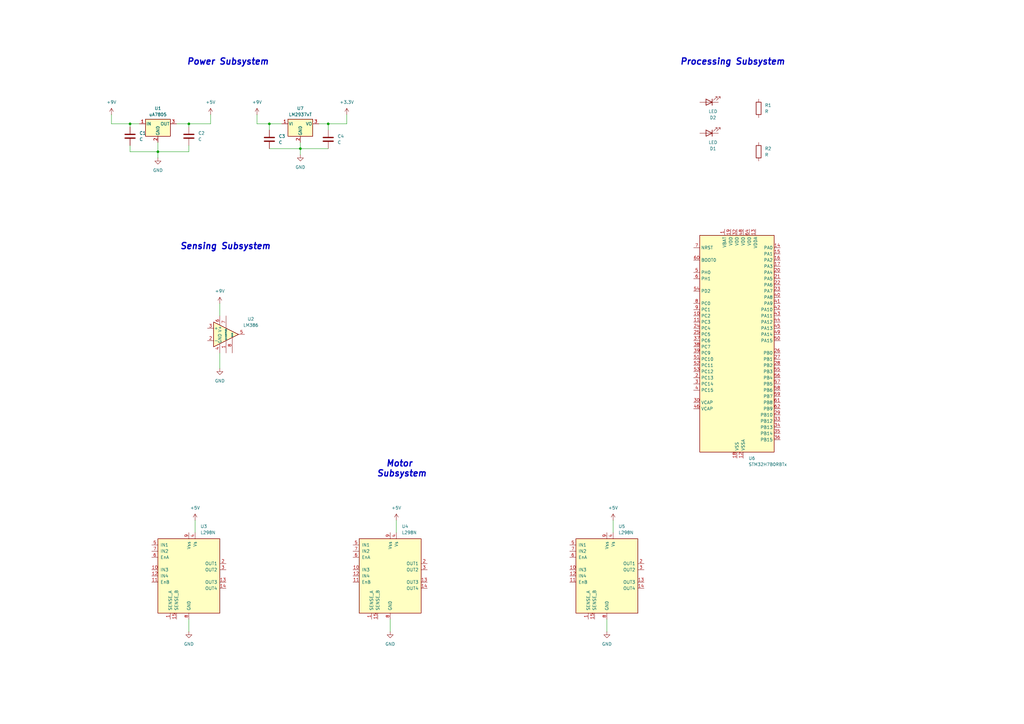
<source format=kicad_sch>
(kicad_sch (version 20231120) (generator "eeschema") (generator_version "8.0")
  (paper "A3")
  (lib_symbols
    (symbol "Amplifier_Audio:LM386" (pin_names (offset 0.127))
      (property "Reference" "U" (at 1.27 7.62 0))
      (property "Value" "LM386" (at 1.27 5.08 0))
      (symbol "LM386_0_1"
        (polyline (pts (xy 5.08 0) (xy -5.08 5.08) (xy -5.08 -5.08) (xy 5.08 0)) (stroke (width 0.254)) (fill (type background)))
      )
      (symbol "LM386_1_1"
        (pin input line (at 0 -7.62 90) (length 5.08) (name "GAIN") (number "1"))
        (pin input line (at -7.62 -2.54 0) (length 2.54) (name "-") (number "2"))
        (pin input line (at -7.62 2.54 0) (length 2.54) (name "+") (number "3"))
        (pin power_in line (at -2.54 -7.62 90) (length 3.81) (name "GND") (number "4"))
        (pin output line (at 7.62 0 180) (length 2.54) (name "~") (number "5"))
        (pin power_in line (at -2.54 7.62 270) (length 3.81) (name "V+") (number "6"))
        (pin input line (at 0 7.62 270) (length 5.08) (name "BYPASS") (number "7"))
        (pin input line (at 2.54 -7.62 90) (length 6.35) (name "GAIN") (number "8"))
      )
    )
    (symbol "Device:C" (pin_numbers hide) (pin_names (offset 0.254))
      (property "Reference" "C" (at 0.635 2.54 0))
      (property "Value" "C" (at 0.635 -2.54 0))
      (symbol "C_0_1"
        (polyline (pts (xy -2.032 -0.762) (xy 2.032 -0.762)) (stroke (width 0.508)))
        (polyline (pts (xy -2.032 0.762) (xy 2.032 0.762)) (stroke (width 0.508)))
      )
      (symbol "C_1_1"
        (pin passive line (at 0 3.81 270) (length 2.794) (name "~") (number "1"))
        (pin passive line (at 0 -3.81 90) (length 2.794) (name "~") (number "2"))
      )
    )
    (symbol "Device:LED" (pin_numbers hide) (pin_names (offset 1.016) hide)
      (property "Reference" "D" (at 0 2.54 0))
      (property "Value" "LED" (at 0 -2.54 0))
      (symbol "LED_0_1"
        (polyline (pts (xy -1.27 -1.27) (xy -1.27 1.27)) (stroke (width 0.254)))
        (polyline (pts (xy -1.27 0) (xy 1.27 0)))
        (polyline (pts (xy 1.27 -1.27) (xy 1.27 1.27) (xy -1.27 0) (xy 1.27 -1.27)) (stroke (width 0.254)))
        (polyline (pts (xy -3.048 -0.762) (xy -4.572 -2.286) (xy -3.81 -2.286) (xy -4.572 -2.286) (xy -4.572 -1.524)))
        (polyline (pts (xy -1.778 -0.762) (xy -3.302 -2.286) (xy -2.54 -2.286) (xy -3.302 -2.286) (xy -3.302 -1.524)))
      )
      (symbol "LED_1_1"
        (pin passive line (at -3.81 0 0) (length 2.54) (name "K") (number "1"))
        (pin passive line (at 3.81 0 180) (length 2.54) (name "A") (number "2"))
      )
    )
    (symbol "Device:R" (pin_numbers hide) (pin_names (offset 0))
      (property "Reference" "R" (at 2.032 0 90))
      (property "Value" "R" (at 0 0 90))
      (symbol "R_0_1"
        (rectangle (start -1.016 -2.54) (end 1.016 2.54) (stroke (width 0.254)))
      )
      (symbol "R_1_1"
        (pin passive line (at 0 3.81 270) (length 1.27) (name "~") (number "1"))
        (pin passive line (at 0 -3.81 90) (length 1.27) (name "~") (number "2"))
      )
    )
    (symbol "Driver_Motor:L298N" (pin_names (offset 1.016))
      (property "Reference" "U" (at -10.16 16.51 0))
      (property "Value" "L298N" (at 12.7 16.51 0))
      (symbol "L298N_0_1"
        (rectangle (start -12.7 15.24) (end 12.7 -15.24) (stroke (width 0.254)) (fill (type background)))
      )
      (symbol "L298N_1_1"
        (pin power_in line (at -7.62 -17.78 90) (length 2.54) (name "SENSE_A") (number "1"))
        (pin input line (at -15.24 2.54 0) (length 2.54) (name "IN3") (number "10"))
        (pin input line (at -15.24 -2.54 0) (length 2.54) (name "EnB") (number "11"))
        (pin input line (at -15.24 0 0) (length 2.54) (name "IN4") (number "12"))
        (pin output line (at 15.24 -2.54 180) (length 2.54) (name "OUT3") (number "13"))
        (pin output line (at 15.24 -5.08 180) (length 2.54) (name "OUT4") (number "14"))
        (pin power_in line (at -5.08 -17.78 90) (length 2.54) (name "SENSE_B") (number "15"))
        (pin output line (at 15.24 5.08 180) (length 2.54) (name "OUT1") (number "2"))
        (pin output line (at 15.24 2.54 180) (length 2.54) (name "OUT2") (number "3"))
        (pin power_in line (at 2.54 17.78 270) (length 2.54) (name "Vs") (number "4"))
        (pin input line (at -15.24 12.7 0) (length 2.54) (name "IN1") (number "5"))
        (pin input line (at -15.24 7.62 0) (length 2.54) (name "EnA") (number "6"))
        (pin input line (at -15.24 10.16 0) (length 2.54) (name "IN2") (number "7"))
        (pin power_in line (at 0 -17.78 90) (length 2.54) (name "GND") (number "8"))
        (pin power_in line (at 0 17.78 270) (length 2.54) (name "Vss") (number "9"))
      )
    )
    (symbol "MCU_ST_STM32H7:STM32H7B0RBTx"
      (property "Reference" "U" (at -15.24 46.99 0))
      (property "Value" "STM32H7B0RBTx" (at 10.16 46.99 0))
      (symbol "STM32H7B0RBTx_0_1"
        (rectangle (start -15.24 -43.18) (end 15.24 45.72) (stroke (width 0.254)) (fill (type background)))
      )
      (symbol "STM32H7B0RBTx_1_1"
        (pin power_in line (at -5.08 48.26 270) (length 2.54) (name "VBAT") (number "1"))
        (pin bidirectional line (at -17.78 12.7 0) (length 2.54) (name "PC2") (number "10"))
        (pin bidirectional line (at -17.78 10.16 0) (length 2.54) (name "PC3") (number "11"))
        (pin power_in line (at 2.54 -45.72 90) (length 2.54) (name "VSSA") (number "12"))
        (pin power_in line (at 7.62 48.26 270) (length 2.54) (name "VDDA") (number "13"))
        (pin bidirectional line (at 17.78 40.64 180) (length 2.54) (name "PA0") (number "14"))
        (pin bidirectional line (at 17.78 38.1 180) (length 2.54) (name "PA1") (number "15"))
        (pin bidirectional line (at 17.78 35.56 180) (length 2.54) (name "PA2") (number "16"))
        (pin bidirectional line (at 17.78 33.02 180) (length 2.54) (name "PA3") (number "17"))
        (pin power_in line (at 0 -45.72 90) (length 2.54) (name "VSS") (number "18"))
        (pin power_in line (at -2.54 48.26 270) (length 2.54) (name "VDD") (number "19"))
        (pin bidirectional line (at -17.78 -12.7 0) (length 2.54) (name "PC13") (number "2"))
        (pin bidirectional line (at 17.78 30.48 180) (length 2.54) (name "PA4") (number "20"))
        (pin bidirectional line (at 17.78 27.94 180) (length 2.54) (name "PA5") (number "21"))
        (pin bidirectional line (at 17.78 25.4 180) (length 2.54) (name "PA6") (number "22"))
        (pin bidirectional line (at 17.78 22.86 180) (length 2.54) (name "PA7") (number "23"))
        (pin bidirectional line (at -17.78 7.62 0) (length 2.54) (name "PC4") (number "24"))
        (pin bidirectional line (at -17.78 5.08 0) (length 2.54) (name "PC5") (number "25"))
        (pin bidirectional line (at 17.78 -2.54 180) (length 2.54) (name "PB0") (number "26"))
        (pin bidirectional line (at 17.78 -5.08 180) (length 2.54) (name "PB1") (number "27"))
        (pin bidirectional line (at 17.78 -7.62 180) (length 2.54) (name "PB2") (number "28"))
        (pin bidirectional line (at 17.78 -27.94 180) (length 2.54) (name "PB10") (number "29"))
        (pin bidirectional line (at -17.78 -15.24 0) (length 2.54) (name "PC14") (number "3"))
        (pin power_out line (at -17.78 -22.86 0) (length 2.54) (name "VCAP") (number "30"))
        (pin passive line (at 0 -45.72 90) (length 2.54) hide (name "VSS") (number "31"))
        (pin power_in line (at 0 48.26 270) (length 2.54) (name "VDD") (number "32"))
        (pin bidirectional line (at 17.78 -30.48 180) (length 2.54) (name "PB12") (number "33"))
        (pin bidirectional line (at 17.78 -33.02 180) (length 2.54) (name "PB13") (number "34"))
        (pin bidirectional line (at 17.78 -35.56 180) (length 2.54) (name "PB14") (number "35"))
        (pin bidirectional line (at 17.78 -38.1 180) (length 2.54) (name "PB15") (number "36"))
        (pin bidirectional line (at -17.78 2.54 0) (length 2.54) (name "PC6") (number "37"))
        (pin bidirectional line (at -17.78 0 0) (length 2.54) (name "PC7") (number "38"))
        (pin bidirectional line (at -17.78 -2.54 0) (length 2.54) (name "PC9") (number "39"))
        (pin bidirectional line (at -17.78 -17.78 0) (length 2.54) (name "PC15") (number "4"))
        (pin bidirectional line (at 17.78 20.32 180) (length 2.54) (name "PA8") (number "40"))
        (pin bidirectional line (at 17.78 17.78 180) (length 2.54) (name "PA9") (number "41"))
        (pin bidirectional line (at 17.78 15.24 180) (length 2.54) (name "PA10") (number "42"))
        (pin bidirectional line (at 17.78 12.7 180) (length 2.54) (name "PA11") (number "43"))
        (pin bidirectional line (at 17.78 10.16 180) (length 2.54) (name "PA12") (number "44"))
        (pin bidirectional line (at 17.78 7.62 180) (length 2.54) (name "PA13") (number "45"))
        (pin power_out line (at -17.78 -25.4 0) (length 2.54) (name "VCAP") (number "46"))
        (pin passive line (at 0 -45.72 90) (length 2.54) hide (name "VSS") (number "47"))
        (pin power_in line (at 2.54 48.26 270) (length 2.54) (name "VDD") (number "48"))
        (pin bidirectional line (at 17.78 5.08 180) (length 2.54) (name "PA14") (number "49"))
        (pin bidirectional line (at -17.78 30.48 0) (length 2.54) (name "PH0") (number "5"))
        (pin bidirectional line (at 17.78 2.54 180) (length 2.54) (name "PA15") (number "50"))
        (pin bidirectional line (at -17.78 -5.08 0) (length 2.54) (name "PC10") (number "51"))
        (pin bidirectional line (at -17.78 -7.62 0) (length 2.54) (name "PC11") (number "52"))
        (pin bidirectional line (at -17.78 -10.16 0) (length 2.54) (name "PC12") (number "53"))
        (pin bidirectional line (at -17.78 22.86 0) (length 2.54) (name "PD2") (number "54"))
        (pin bidirectional line (at 17.78 -10.16 180) (length 2.54) (name "PB3") (number "55"))
        (pin bidirectional line (at 17.78 -12.7 180) (length 2.54) (name "PB4") (number "56"))
        (pin bidirectional line (at 17.78 -15.24 180) (length 2.54) (name "PB5") (number "57"))
        (pin bidirectional line (at 17.78 -17.78 180) (length 2.54) (name "PB6") (number "58"))
        (pin bidirectional line (at 17.78 -20.32 180) (length 2.54) (name "PB7") (number "59"))
        (pin bidirectional line (at -17.78 27.94 0) (length 2.54) (name "PH1") (number "6"))
        (pin input line (at -17.78 35.56 0) (length 2.54) (name "BOOT0") (number "60"))
        (pin bidirectional line (at 17.78 -22.86 180) (length 2.54) (name "PB8") (number "61"))
        (pin bidirectional line (at 17.78 -25.4 180) (length 2.54) (name "PB9") (number "62"))
        (pin passive line (at 0 -45.72 90) (length 2.54) hide (name "VSS") (number "63"))
        (pin power_in line (at 5.08 48.26 270) (length 2.54) (name "VDD") (number "64"))
        (pin input line (at -17.78 40.64 0) (length 2.54) (name "NRST") (number "7"))
        (pin bidirectional line (at -17.78 17.78 0) (length 2.54) (name "PC0") (number "8"))
        (pin bidirectional line (at -17.78 15.24 0) (length 2.54) (name "PC1") (number "9"))
      )
    )
    (symbol "Regulator_Linear:LM2937xT" (pin_names (offset 0.254))
      (property "Reference" "U" (at -3.81 3.175 0))
      (property "Value" "LM2937xT" (at 0 3.175 0))
      (symbol "LM2937xT_0_1"
        (rectangle (start -5.08 1.905) (end 5.08 -5.08) (stroke (width 0.254)) (fill (type background)))
      )
      (symbol "LM2937xT_1_1"
        (pin power_in line (at -7.62 0 0) (length 2.54) (name "VI") (number "1"))
        (pin power_in line (at 0 -7.62 90) (length 2.54) (name "GND") (number "2"))
        (pin power_out line (at 7.62 0 180) (length 2.54) (name "VO") (number "3"))
      )
    )
    (symbol "Regulator_Linear:uA7805" (pin_names (offset 0.254))
      (property "Reference" "U" (at -3.81 3.175 0))
      (property "Value" "uA7805" (at 0 3.175 0))
      (symbol "uA7805_0_1"
        (rectangle (start -5.08 1.905) (end 5.08 -5.08) (stroke (width 0.254)) (fill (type background)))
      )
      (symbol "uA7805_1_1"
        (pin power_in line (at -7.62 0 0) (length 2.54) (name "IN") (number "1"))
        (pin power_in line (at 0 -7.62 90) (length 2.54) (name "GND") (number "2"))
        (pin power_out line (at 7.62 0 180) (length 2.54) (name "OUT") (number "3"))
      )
    )
    (symbol "power:+5V" (power) (pin_numbers hide) (pin_names (offset 0) hide)
      (property "Value" "+5V" (at 0 3.556 0))
      (symbol "+5V_0_1"
        (polyline (pts (xy -0.762 1.27) (xy 0 2.54)))
        (polyline (pts (xy 0 0) (xy 0 2.54)))
        (polyline (pts (xy 0 2.54) (xy 0.762 1.27)))
      )
      (symbol "+5V_1_1"
        (pin power_in line (at 0 0 90) (length 0) (name "~") (number "1"))
      )
    )
    (symbol "power:GND" (power) (pin_numbers hide) (pin_names (offset 0) hide)
      (property "Value" "GND" (at 0 -3.81 0))
      (symbol "GND_0_1"
        (polyline (pts (xy 0 0) (xy 0 -1.27) (xy 1.27 -1.27) (xy 0 -2.54) (xy -1.27 -1.27) (xy 0 -1.27)))
      )
      (symbol "GND_1_1"
        (pin power_in line (at 0 0 270) (length 0) (name "~") (number "1"))
      )
    )
  )
  (junction (at 123.19 60.96))
  (junction (at 64.77 62.23))
  (junction (at 134.62 50.8))
  (junction (at 110.49 50.8))
  (junction (at 53.34 50.8))
  (junction (at 77.47 50.8))
  (wire (pts (xy 53.34 62.23) (xy 64.77 62.23)))
  (wire (pts (xy 123.19 58.42) (xy 123.19 60.96)))
  (wire (pts (xy 142.24 46.99) (xy 142.24 50.8)))
  (wire (pts (xy 251.46 213.36) (xy 251.46 218.44)))
  (wire (pts (xy 110.49 50.8) (xy 115.57 50.8)))
  (wire (pts (xy 142.24 50.8) (xy 134.62 50.8)))
  (wire (pts (xy 90.17 124.46) (xy 90.17 129.54)))
  (wire (pts (xy 64.77 58.42) (xy 64.77 62.23)))
  (wire (pts (xy 53.34 50.8) (xy 57.15 50.8)))
  (wire (pts (xy 160.02 254) (xy 160.02 259.08)))
  (wire (pts (xy 64.77 62.23) (xy 77.47 62.23)))
  (wire (pts (xy 105.41 46.99) (xy 105.41 50.8)))
  (wire (pts (xy 86.36 50.8) (xy 86.36 46.99)))
  (wire (pts (xy 77.47 50.8) (xy 77.47 52.07)))
  (wire (pts (xy 72.39 50.8) (xy 77.47 50.8)))
  (wire (pts (xy 105.41 50.8) (xy 110.49 50.8)))
  (wire (pts (xy 77.47 254) (xy 77.47 259.08)))
  (wire (pts (xy 134.62 50.8) (xy 134.62 53.34)))
  (wire (pts (xy 123.19 60.96) (xy 123.19 63.5)))
  (wire (pts (xy 90.17 144.78) (xy 90.17 151.13)))
  (wire (pts (xy 123.19 60.96) (xy 134.62 60.96)))
  (wire (pts (xy 80.01 213.36) (xy 80.01 218.44)))
  (wire (pts (xy 53.34 52.07) (xy 53.34 50.8)))
  (wire (pts (xy 45.72 50.8) (xy 53.34 50.8)))
  (wire (pts (xy 64.77 62.23) (xy 64.77 64.77)))
  (wire (pts (xy 110.49 60.96) (xy 123.19 60.96)))
  (wire (pts (xy 77.47 50.8) (xy 86.36 50.8)))
  (wire (pts (xy 77.47 62.23) (xy 77.47 59.69)))
  (wire (pts (xy 134.62 50.8) (xy 130.81 50.8)))
  (wire (pts (xy 53.34 62.23) (xy 53.34 59.69)))
  (wire (pts (xy 162.56 213.36) (xy 162.56 218.44)))
  (wire (pts (xy 45.72 46.99) (xy 45.72 50.8)))
  (wire (pts (xy 110.49 50.8) (xy 110.49 53.34)))
  (wire (pts (xy 248.92 254) (xy 248.92 259.08)))
  (text "Power Subsystem\n" (at 93.472 25.4 0) (effects (font (size 2.54 2.54) (thickness 0.508) (bold yes) (italic yes))))
  (text "Processing Subsystem\n" (at 300.482 25.4 0) (effects (font (size 2.54 2.54) (thickness 0.508) (bold yes) (italic yes))))
  (text "Sensing Subsystem\n" (at 92.456 101.092 0) (effects (font (size 2.54 2.54) (thickness 0.508) (bold yes) (italic yes))))
  (text "Motor\n Subsystem\n" (at 163.83 192.278 0) (effects (font (size 2.54 2.54) (thickness 0.508) (bold yes) (italic yes))))
  (symbol (lib_id "power:+5V") (at 45.72 46.99 0) (unit 1)
    (property "Reference" "#PWR03" (effects (hide yes)))
    (property "Value" "+9V" (at 45.72 41.91 0))
    (property "Description" "Power symbol creates a global label with name \"+5V\"" (effects (hide yes)))
  )
  (symbol (lib_id "Device:LED") (at 290.83 54.61 180) (unit 1)
    (property "Reference" "D1" (at 292.4175 60.96 0))
    (property "Value" "LED" (at 292.4175 58.42 0))
    (property "Description" "Light emitting diode" (effects (hide yes)))
  )
  (symbol (lib_id "Driver_Motor:L298N") (at 160.02 236.22 0) (unit 1)
    (property "Reference" "U4" (at 164.7541 215.9 0) (effects (justify left)))
    (property "Value" "L298N" (at 164.7541 218.44 0) (effects (justify left)))
    (property "Footprint" "Package_TO_SOT_THT:TO-220-15_P2.54x2.54mm_StaggerOdd_Lead4.58mm_Vertical" (effects (hide yes)))
    (property "Datasheet" "http://www.st.com/st-web-ui/static/active/en/resource/technical/document/datasheet/CD00000240.pdf" (effects (hide yes)))
    (property "Description" "Dual full bridge motor driver, up to 46V, 4A, Multiwatt15-V" (effects (hide yes)))
  )
  (symbol (lib_id "power:GND") (at 160.02 259.08 0) (unit 1)
    (property "Reference" "#PWR07" (effects (hide yes)))
    (property "Value" "GND" (at 160.02 264.16 0))
    (property "Description" "Power symbol creates a global label with name \"GND\" , ground" (effects (hide yes)))
  )
  (symbol (lib_id "Amplifier_Audio:LM386") (at 92.71 137.16 0) (unit 1)
    (property "Reference" "U2" (at 102.87 130.8414 0))
    (property "Value" "LM386" (at 102.87 133.3814 0))
    (property "Datasheet" "http://www.ti.com/lit/ds/symlink/lm386.pdf" (effects (hide yes)))
    (property "Description" "Low Voltage Audio Power Amplifier, DIP-8/SOIC-8/SSOP-8" (effects (hide yes)))
  )
  (symbol (lib_id "MCU_ST_STM32H7:STM32H7B0RBTx") (at 302.26 142.24 0) (unit 1)
    (property "Reference" "U6" (at 306.9941 187.96 0) (effects (justify left)))
    (property "Value" "STM32H7B0RBTx" (at 306.9941 190.5 0) (effects (justify left)))
    (property "Footprint" "Package_QFP:LQFP-64_10x10mm_P0.5mm" (effects (hide yes)))
    (property "Datasheet" "https://www.st.com/resource/en/datasheet/stm32h7b0rb.pdf" (effects (hide yes)))
    (property "Description" "STMicroelectronics Arm Cortex-M7 MCU, 128KB flash, 1184KB RAM, 280 MHz, 1.62-3.6V, 49 GPIO, LQFP64" (effects (hide yes)))
  )
  (symbol (lib_id "Device:C") (at 77.47 55.88 0) (unit 1)
    (property "Reference" "C2" (at 81.28 54.6099 0) (effects (justify left)))
    (property "Value" "C" (at 81.28 57.1499 0) (effects (justify left)))
    (property "Description" "Unpolarized capacitor" (effects (hide yes)))
  )
  (symbol (lib_id "power:+5V") (at 86.36 46.99 0) (unit 1)
    (property "Reference" "#PWR02" (effects (hide yes)))
    (property "Value" "+5V" (at 86.36 41.91 0))
    (property "Description" "Power symbol creates a global label with name \"+5V\"" (effects (hide yes)))
  )
  (symbol (lib_id "Device:R") (at 311.15 44.45 0) (unit 1)
    (property "Reference" "R1" (at 313.69 43.1799 0) (effects (justify left)))
    (property "Value" "R" (at 313.69 45.7199 0) (effects (justify left)))
    (property "Description" "Resistor" (effects (hide yes)))
  )
  (symbol (lib_id "power:+5V") (at 251.46 213.36 0) (unit 1)
    (property "Reference" "#PWR011" (effects (hide yes)))
    (property "Value" "+5V" (at 251.46 208.28 0))
    (property "Description" "Power symbol creates a global label with name \"+5V\"" (effects (hide yes)))
  )
  (symbol (lib_id "Driver_Motor:L298N") (at 248.92 236.22 0) (unit 1)
    (property "Reference" "U5" (at 253.6541 215.9 0) (effects (justify left)))
    (property "Value" "L298N" (at 253.6541 218.44 0) (effects (justify left)))
    (property "Footprint" "Package_TO_SOT_THT:TO-220-15_P2.54x2.54mm_StaggerOdd_Lead4.58mm_Vertical" (effects (hide yes)))
    (property "Datasheet" "http://www.st.com/st-web-ui/static/active/en/resource/technical/document/datasheet/CD00000240.pdf" (effects (hide yes)))
    (property "Description" "Dual full bridge motor driver, up to 46V, 4A, Multiwatt15-V" (effects (hide yes)))
  )
  (symbol (lib_id "Regulator_Linear:uA7805") (at 64.77 50.8 0) (unit 1)
    (property "Reference" "U1" (at 64.77 44.45 0))
    (property "Value" "uA7805" (at 64.77 46.99 0))
    (property "Datasheet" "http://www.ti.com/lit/ds/symlink/ua78.pdf" (effects (hide yes)))
    (property "Description" "Positive 1A 35V Linear Regulator, Fixed Output 5V, TO-220/TO-263" (effects (hide yes)))
  )
  (symbol (lib_id "power:GND") (at 123.19 63.5 0) (unit 1)
    (property "Reference" "#PWR013" (effects (hide yes)))
    (property "Value" "GND" (at 123.19 68.58 0))
    (property "Description" "Power symbol creates a global label with name \"GND\" , ground" (effects (hide yes)))
  )
  (symbol (lib_id "Device:LED") (at 290.83 41.91 180) (unit 1)
    (property "Reference" "D2" (at 292.4175 48.26 0))
    (property "Value" "LED" (at 292.4175 45.72 0))
    (property "Description" "Light emitting diode" (effects (hide yes)))
  )
  (symbol (lib_id "Device:R") (at 311.15 62.23 0) (unit 1)
    (property "Reference" "R2" (at 313.69 60.9599 0) (effects (justify left)))
    (property "Value" "R" (at 313.69 63.4999 0) (effects (justify left)))
    (property "Description" "Resistor" (effects (hide yes)))
  )
  (symbol (lib_id "power:GND") (at 90.17 151.13 0) (unit 1)
    (property "Reference" "#PWR05" (effects (hide yes)))
    (property "Value" "GND" (at 90.17 156.21 0))
    (property "Description" "Power symbol creates a global label with name \"GND\" , ground" (effects (hide yes)))
  )
  (symbol (lib_id "power:+5V") (at 80.01 213.36 0) (unit 1)
    (property "Reference" "#PWR09" (effects (hide yes)))
    (property "Value" "+5V" (at 80.01 208.28 0))
    (property "Description" "Power symbol creates a global label with name \"+5V\"" (effects (hide yes)))
  )
  (symbol (lib_id "power:GND") (at 77.47 259.08 0) (unit 1)
    (property "Reference" "#PWR06" (effects (hide yes)))
    (property "Value" "GND" (at 77.47 264.16 0))
    (property "Description" "Power symbol creates a global label with name \"GND\" , ground" (effects (hide yes)))
  )
  (symbol (lib_id "Device:C") (at 110.49 57.15 0) (unit 1)
    (property "Reference" "C3" (at 114.3 55.8799 0) (effects (justify left)))
    (property "Value" "C" (at 114.3 58.4199 0) (effects (justify left)))
    (property "Description" "Unpolarized capacitor" (effects (hide yes)))
  )
  (symbol (lib_id "power:+5V") (at 90.17 124.46 0) (unit 1)
    (property "Reference" "#PWR04" (effects (hide yes)))
    (property "Value" "+9V" (at 90.17 119.38 0))
    (property "Description" "Power symbol creates a global label with name \"+5V\"" (effects (hide yes)))
  )
  (symbol (lib_id "Device:C") (at 53.34 55.88 0) (unit 1)
    (property "Reference" "C1" (at 57.15 54.6099 0) (effects (justify left)))
    (property "Value" "C" (at 57.15 57.1499 0) (effects (justify left)))
    (property "Description" "Unpolarized capacitor" (effects (hide yes)))
  )
  (symbol (lib_id "power:GND") (at 64.77 64.77 0) (unit 1)
    (property "Reference" "#PWR01" (effects (hide yes)))
    (property "Value" "GND" (at 64.77 69.85 0))
    (property "Description" "Power symbol creates a global label with name \"GND\" , ground" (effects (hide yes)))
  )
  (symbol (lib_id "Driver_Motor:L298N") (at 77.47 236.22 0) (unit 1)
    (property "Reference" "U3" (at 82.2041 215.9 0) (effects (justify left)))
    (property "Value" "L298N" (at 82.2041 218.44 0) (effects (justify left)))
    (property "Footprint" "Package_TO_SOT_THT:TO-220-15_P2.54x2.54mm_StaggerOdd_Lead4.58mm_Vertical" (effects (hide yes)))
    (property "Datasheet" "http://www.st.com/st-web-ui/static/active/en/resource/technical/document/datasheet/CD00000240.pdf" (effects (hide yes)))
    (property "Description" "Dual full bridge motor driver, up to 46V, 4A, Multiwatt15-V" (effects (hide yes)))
  )
  (symbol (lib_id "power:+5V") (at 162.56 213.36 0) (unit 1)
    (property "Reference" "#PWR010" (effects (hide yes)))
    (property "Value" "+5V" (at 162.56 208.28 0))
    (property "Description" "Power symbol creates a global label with name \"+5V\"" (effects (hide yes)))
  )
  (symbol (lib_id "power:GND") (at 248.92 259.08 0) (unit 1)
    (property "Reference" "#PWR08" (effects (hide yes)))
    (property "Value" "GND" (at 248.92 264.16 0))
    (property "Description" "Power symbol creates a global label with name \"GND\" , ground" (effects (hide yes)))
  )
  (symbol (lib_id "power:+5V") (at 142.24 46.99 0) (unit 1)
    (property "Reference" "#PWR014" (effects (hide yes)))
    (property "Value" "+3.3V" (at 142.24 41.91 0))
    (property "Description" "Power symbol creates a global label with name \"+5V\"" (effects (hide yes)))
  )
  (symbol (lib_id "power:+5V") (at 105.41 46.99 0) (unit 1)
    (property "Reference" "#PWR012" (effects (hide yes)))
    (property "Value" "+9V" (at 105.41 41.91 0))
    (property "Description" "Power symbol creates a global label with name \"+5V\"" (effects (hide yes)))
  )
  (symbol (lib_id "Regulator_Linear:LM2937xT") (at 123.19 50.8 0) (unit 1)
    (property "Reference" "U7" (at 123.19 44.45 0))
    (property "Value" "LM2937xT" (at 123.19 46.99 0))
    (property "Footprint" "Package_TO_SOT_THT:TO-220-3_Vertical" (effects (hide yes)))
    (property "Datasheet" "http://www.ti.com/lit/ds/symlink/lm2937.pdf" (effects (hide yes)))
    (property "Description" "500-mA Low Dropout Regulator, TO-220" (effects (hide yes)))
  )
  (symbol (lib_id "Device:C") (at 134.62 57.15 0) (unit 1)
    (property "Reference" "C4" (at 138.43 55.8799 0) (effects (justify left)))
    (property "Value" "C" (at 138.43 58.4199 0) (effects (justify left)))
    (property "Description" "Unpolarized capacitor" (effects (hide yes)))
  )
)
</source>
